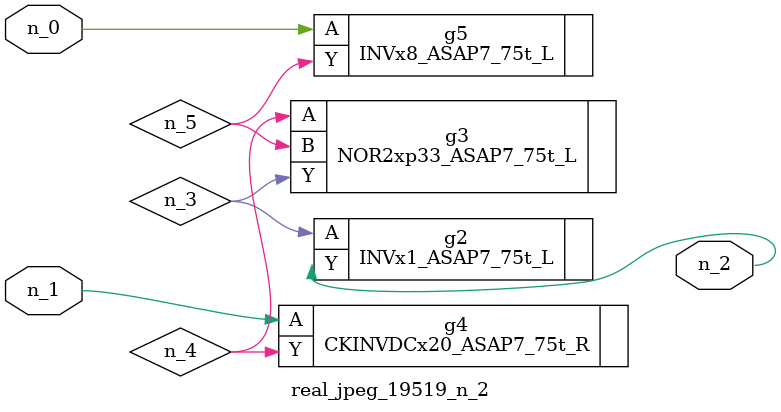
<source format=v>
module real_jpeg_19519_n_2 (n_1, n_0, n_2);

input n_1;
input n_0;

output n_2;

wire n_5;
wire n_4;
wire n_3;

INVx8_ASAP7_75t_L g5 ( 
.A(n_0),
.Y(n_5)
);

CKINVDCx20_ASAP7_75t_R g4 ( 
.A(n_1),
.Y(n_4)
);

INVx1_ASAP7_75t_L g2 ( 
.A(n_3),
.Y(n_2)
);

NOR2xp33_ASAP7_75t_L g3 ( 
.A(n_4),
.B(n_5),
.Y(n_3)
);


endmodule
</source>
